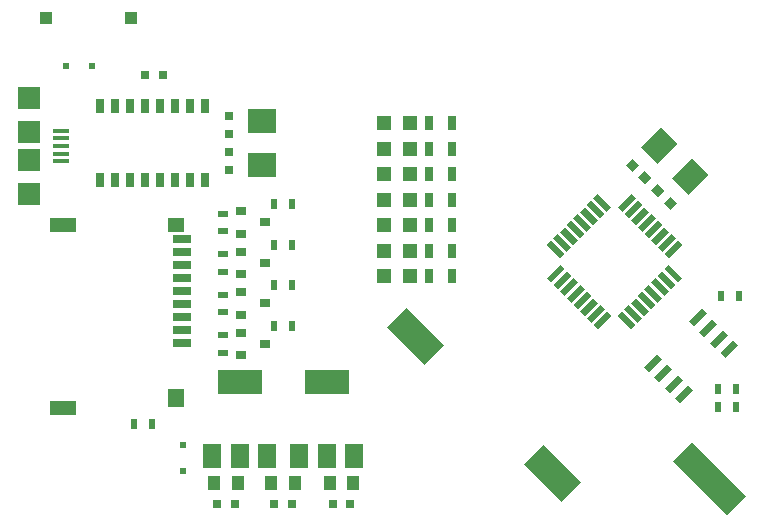
<source format=gtp>
G04 #@! TF.FileFunction,Paste,Top*
%FSLAX46Y46*%
G04 Gerber Fmt 4.6, Leading zero omitted, Abs format (unit mm)*
G04 Created by KiCad (PCBNEW 4.0.7) date 04/25/18 19:10:17*
%MOMM*%
%LPD*%
G01*
G04 APERTURE LIST*
%ADD10C,0.100000*%
%ADD11R,3.800000X2.000000*%
%ADD12R,1.500000X2.000000*%
%ADD13R,0.800000X1.300000*%
%ADD14R,0.500000X0.500000*%
%ADD15R,0.900000X0.800000*%
%ADD16R,1.200000X1.200000*%
%ADD17R,0.900000X0.500000*%
%ADD18R,2.400000X2.000000*%
%ADD19R,2.200000X1.200000*%
%ADD20R,1.400000X1.600000*%
%ADD21R,1.400000X1.200000*%
%ADD22R,1.600000X0.700000*%
%ADD23R,1.900000X1.900000*%
%ADD24R,1.350000X0.400000*%
%ADD25R,1.000000X1.250000*%
%ADD26R,0.800000X0.750000*%
%ADD27R,0.750000X0.800000*%
%ADD28R,1.000000X1.000000*%
%ADD29R,0.500000X0.900000*%
%ADD30R,0.700000X1.300000*%
G04 APERTURE END LIST*
D10*
G36*
X167281334Y-96258555D02*
X167670243Y-96647464D01*
X166538872Y-97778835D01*
X166149963Y-97389926D01*
X167281334Y-96258555D01*
X167281334Y-96258555D01*
G37*
G36*
X166715648Y-95692870D02*
X167104557Y-96081779D01*
X165973186Y-97213150D01*
X165584277Y-96824241D01*
X166715648Y-95692870D01*
X166715648Y-95692870D01*
G37*
G36*
X166149963Y-95127184D02*
X166538872Y-95516093D01*
X165407501Y-96647464D01*
X165018592Y-96258555D01*
X166149963Y-95127184D01*
X166149963Y-95127184D01*
G37*
G36*
X165584278Y-94561499D02*
X165973187Y-94950408D01*
X164841816Y-96081779D01*
X164452907Y-95692870D01*
X165584278Y-94561499D01*
X165584278Y-94561499D01*
G37*
G36*
X165018592Y-93995813D02*
X165407501Y-94384722D01*
X164276130Y-95516093D01*
X163887221Y-95127184D01*
X165018592Y-93995813D01*
X165018592Y-93995813D01*
G37*
G36*
X164452907Y-93430128D02*
X164841816Y-93819037D01*
X163710445Y-94950408D01*
X163321536Y-94561499D01*
X164452907Y-93430128D01*
X164452907Y-93430128D01*
G37*
G36*
X163887221Y-92864443D02*
X164276130Y-93253352D01*
X163144759Y-94384723D01*
X162755850Y-93995814D01*
X163887221Y-92864443D01*
X163887221Y-92864443D01*
G37*
G36*
X163321536Y-92298757D02*
X163710445Y-92687666D01*
X162579074Y-93819037D01*
X162190165Y-93430128D01*
X163321536Y-92298757D01*
X163321536Y-92298757D01*
G37*
G36*
X160139555Y-92687666D02*
X160528464Y-92298757D01*
X161659835Y-93430128D01*
X161270926Y-93819037D01*
X160139555Y-92687666D01*
X160139555Y-92687666D01*
G37*
G36*
X159573870Y-93253352D02*
X159962779Y-92864443D01*
X161094150Y-93995814D01*
X160705241Y-94384723D01*
X159573870Y-93253352D01*
X159573870Y-93253352D01*
G37*
G36*
X159008184Y-93819037D02*
X159397093Y-93430128D01*
X160528464Y-94561499D01*
X160139555Y-94950408D01*
X159008184Y-93819037D01*
X159008184Y-93819037D01*
G37*
G36*
X158442499Y-94384722D02*
X158831408Y-93995813D01*
X159962779Y-95127184D01*
X159573870Y-95516093D01*
X158442499Y-94384722D01*
X158442499Y-94384722D01*
G37*
G36*
X157876813Y-94950408D02*
X158265722Y-94561499D01*
X159397093Y-95692870D01*
X159008184Y-96081779D01*
X157876813Y-94950408D01*
X157876813Y-94950408D01*
G37*
G36*
X157311128Y-95516093D02*
X157700037Y-95127184D01*
X158831408Y-96258555D01*
X158442499Y-96647464D01*
X157311128Y-95516093D01*
X157311128Y-95516093D01*
G37*
G36*
X156745443Y-96081779D02*
X157134352Y-95692870D01*
X158265723Y-96824241D01*
X157876814Y-97213150D01*
X156745443Y-96081779D01*
X156745443Y-96081779D01*
G37*
G36*
X156179757Y-96647464D02*
X156568666Y-96258555D01*
X157700037Y-97389926D01*
X157311128Y-97778835D01*
X156179757Y-96647464D01*
X156179757Y-96647464D01*
G37*
G36*
X157311128Y-98309165D02*
X157700037Y-98698074D01*
X156568666Y-99829445D01*
X156179757Y-99440536D01*
X157311128Y-98309165D01*
X157311128Y-98309165D01*
G37*
G36*
X157876814Y-98874850D02*
X158265723Y-99263759D01*
X157134352Y-100395130D01*
X156745443Y-100006221D01*
X157876814Y-98874850D01*
X157876814Y-98874850D01*
G37*
G36*
X158442499Y-99440536D02*
X158831408Y-99829445D01*
X157700037Y-100960816D01*
X157311128Y-100571907D01*
X158442499Y-99440536D01*
X158442499Y-99440536D01*
G37*
G36*
X159008184Y-100006221D02*
X159397093Y-100395130D01*
X158265722Y-101526501D01*
X157876813Y-101137592D01*
X159008184Y-100006221D01*
X159008184Y-100006221D01*
G37*
G36*
X159573870Y-100571907D02*
X159962779Y-100960816D01*
X158831408Y-102092187D01*
X158442499Y-101703278D01*
X159573870Y-100571907D01*
X159573870Y-100571907D01*
G37*
G36*
X160139555Y-101137592D02*
X160528464Y-101526501D01*
X159397093Y-102657872D01*
X159008184Y-102268963D01*
X160139555Y-101137592D01*
X160139555Y-101137592D01*
G37*
G36*
X160705241Y-101703277D02*
X161094150Y-102092186D01*
X159962779Y-103223557D01*
X159573870Y-102834648D01*
X160705241Y-101703277D01*
X160705241Y-101703277D01*
G37*
G36*
X161270926Y-102268963D02*
X161659835Y-102657872D01*
X160528464Y-103789243D01*
X160139555Y-103400334D01*
X161270926Y-102268963D01*
X161270926Y-102268963D01*
G37*
G36*
X162190165Y-102657872D02*
X162579074Y-102268963D01*
X163710445Y-103400334D01*
X163321536Y-103789243D01*
X162190165Y-102657872D01*
X162190165Y-102657872D01*
G37*
G36*
X162755850Y-102092186D02*
X163144759Y-101703277D01*
X164276130Y-102834648D01*
X163887221Y-103223557D01*
X162755850Y-102092186D01*
X162755850Y-102092186D01*
G37*
G36*
X163321536Y-101526501D02*
X163710445Y-101137592D01*
X164841816Y-102268963D01*
X164452907Y-102657872D01*
X163321536Y-101526501D01*
X163321536Y-101526501D01*
G37*
G36*
X163887221Y-100960816D02*
X164276130Y-100571907D01*
X165407501Y-101703278D01*
X165018592Y-102092187D01*
X163887221Y-100960816D01*
X163887221Y-100960816D01*
G37*
G36*
X164452907Y-100395130D02*
X164841816Y-100006221D01*
X165973187Y-101137592D01*
X165584278Y-101526501D01*
X164452907Y-100395130D01*
X164452907Y-100395130D01*
G37*
G36*
X165018592Y-99829445D02*
X165407501Y-99440536D01*
X166538872Y-100571907D01*
X166149963Y-100960816D01*
X165018592Y-99829445D01*
X165018592Y-99829445D01*
G37*
G36*
X165584277Y-99263759D02*
X165973186Y-98874850D01*
X167104557Y-100006221D01*
X166715648Y-100395130D01*
X165584277Y-99263759D01*
X165584277Y-99263759D01*
G37*
G36*
X166149963Y-98698074D02*
X166538872Y-98309165D01*
X167670243Y-99440536D01*
X167281334Y-99829445D01*
X166149963Y-98698074D01*
X166149963Y-98698074D01*
G37*
D11*
X137541000Y-108229000D03*
D12*
X137541000Y-114529000D03*
X139841000Y-114529000D03*
X135241000Y-114529000D03*
D11*
X130175000Y-108229000D03*
D12*
X130175000Y-114529000D03*
X132475000Y-114529000D03*
X127875000Y-114529000D03*
D13*
X118359000Y-91161000D03*
X119639000Y-91161000D03*
X120899000Y-91161000D03*
X122169000Y-91161000D03*
X123449000Y-91161000D03*
X124719000Y-91161000D03*
X125979000Y-91161000D03*
X127259000Y-91161000D03*
X127259000Y-84861000D03*
X125979000Y-84861000D03*
X124719000Y-84861000D03*
X123449000Y-84861000D03*
X122169000Y-84861000D03*
X120899000Y-84861000D03*
X119639000Y-84861000D03*
X118359000Y-84861000D03*
D14*
X117686000Y-81534000D03*
X115486000Y-81534000D03*
D15*
X130318000Y-104079000D03*
X130318000Y-105979000D03*
X132318000Y-105029000D03*
X130318000Y-100650000D03*
X130318000Y-102550000D03*
X132318000Y-101600000D03*
X130318000Y-97221000D03*
X130318000Y-99121000D03*
X132318000Y-98171000D03*
X130318000Y-93792000D03*
X130318000Y-95692000D03*
X132318000Y-94742000D03*
D16*
X144610000Y-86360000D03*
X142410000Y-86360000D03*
D10*
G36*
X164141217Y-88368273D02*
X165838273Y-86671217D01*
X167252487Y-88085431D01*
X165555431Y-89782487D01*
X164141217Y-88368273D01*
X164141217Y-88368273D01*
G37*
G36*
X166757513Y-90984569D02*
X168454569Y-89287513D01*
X169868783Y-90701727D01*
X168171727Y-92398783D01*
X166757513Y-90984569D01*
X166757513Y-90984569D01*
G37*
D17*
X128778000Y-93992000D03*
X128778000Y-95492000D03*
D10*
G36*
X171484895Y-119500027D02*
X166888701Y-114903833D01*
X168444335Y-113348199D01*
X173040529Y-117944393D01*
X171484895Y-119500027D01*
X171484895Y-119500027D01*
G37*
D14*
X125349000Y-113581000D03*
X125349000Y-115781000D03*
D10*
G36*
X157457368Y-118376714D02*
X154275388Y-115194734D01*
X155901734Y-113568388D01*
X159083714Y-116750368D01*
X157457368Y-118376714D01*
X157457368Y-118376714D01*
G37*
G36*
X145860817Y-106780163D02*
X142678837Y-103598183D01*
X144305183Y-101971837D01*
X147487163Y-105153817D01*
X145860817Y-106780163D01*
X145860817Y-106780163D01*
G37*
D18*
X132080000Y-86161000D03*
X132080000Y-89861000D03*
D16*
X144610000Y-99314000D03*
X142410000Y-99314000D03*
X142410000Y-97155000D03*
X144610000Y-97155000D03*
X142410000Y-94996000D03*
X144610000Y-94996000D03*
X142410000Y-92837000D03*
X144610000Y-92837000D03*
X142410000Y-88519000D03*
X144610000Y-88519000D03*
X142410000Y-90678000D03*
X144610000Y-90678000D03*
D19*
X115208000Y-110493000D03*
X115208000Y-94993000D03*
D20*
X124808000Y-109593000D03*
D21*
X124808000Y-94993000D03*
D22*
X125308000Y-96143000D03*
X125308000Y-98343000D03*
X125308000Y-97243000D03*
X125308000Y-99443000D03*
X125308000Y-100543000D03*
X125308000Y-101643000D03*
X125308000Y-104943000D03*
X125308000Y-103843000D03*
X125308000Y-102743000D03*
D10*
G36*
X164809897Y-107367290D02*
X164385633Y-106943026D01*
X165481649Y-105847010D01*
X165905913Y-106271274D01*
X164809897Y-107367290D01*
X164809897Y-107367290D01*
G37*
G36*
X165707923Y-108265316D02*
X165283659Y-107841052D01*
X166379675Y-106745036D01*
X166803939Y-107169300D01*
X165707923Y-108265316D01*
X165707923Y-108265316D01*
G37*
G36*
X166605948Y-109163341D02*
X166181684Y-108739077D01*
X167277700Y-107643061D01*
X167701964Y-108067325D01*
X166605948Y-109163341D01*
X166605948Y-109163341D01*
G37*
G36*
X167503974Y-110061367D02*
X167079710Y-109637103D01*
X168175726Y-108541087D01*
X168599990Y-108965351D01*
X167503974Y-110061367D01*
X167503974Y-110061367D01*
G37*
G36*
X171322351Y-106242990D02*
X170898087Y-105818726D01*
X171994103Y-104722710D01*
X172418367Y-105146974D01*
X171322351Y-106242990D01*
X171322351Y-106242990D01*
G37*
G36*
X170424325Y-105344964D02*
X170000061Y-104920700D01*
X171096077Y-103824684D01*
X171520341Y-104248948D01*
X170424325Y-105344964D01*
X170424325Y-105344964D01*
G37*
G36*
X169526300Y-104446939D02*
X169102036Y-104022675D01*
X170198052Y-102926659D01*
X170622316Y-103350923D01*
X169526300Y-104446939D01*
X169526300Y-104446939D01*
G37*
G36*
X168628274Y-103548913D02*
X168204010Y-103124649D01*
X169300026Y-102028633D01*
X169724290Y-102452897D01*
X168628274Y-103548913D01*
X168628274Y-103548913D01*
G37*
D23*
X112387000Y-92315000D03*
X112387000Y-87065000D03*
X112387000Y-89465000D03*
X112387000Y-84215000D03*
D24*
X115062000Y-89565000D03*
X115062000Y-86965000D03*
X115062000Y-87615000D03*
X115062000Y-88915000D03*
X115062000Y-88265000D03*
D25*
X128032000Y-116840000D03*
X130032000Y-116840000D03*
D26*
X129782000Y-118618000D03*
X128282000Y-118618000D03*
D27*
X129286000Y-87237000D03*
X129286000Y-85737000D03*
X129286000Y-88785000D03*
X129286000Y-90285000D03*
D25*
X134858000Y-116840000D03*
X132858000Y-116840000D03*
D26*
X133108000Y-118618000D03*
X134608000Y-118618000D03*
D10*
G36*
X163974678Y-89911348D02*
X163444348Y-90441678D01*
X162878662Y-89875992D01*
X163408992Y-89345662D01*
X163974678Y-89911348D01*
X163974678Y-89911348D01*
G37*
G36*
X165035338Y-90972008D02*
X164505008Y-91502338D01*
X163939322Y-90936652D01*
X164469652Y-90406322D01*
X165035338Y-90972008D01*
X165035338Y-90972008D01*
G37*
D26*
X122186000Y-82232500D03*
X123686000Y-82232500D03*
X138061000Y-118618000D03*
X139561000Y-118618000D03*
D28*
X120992000Y-77470000D03*
X113792000Y-77470000D03*
D29*
X122734000Y-111824000D03*
X121234000Y-111824000D03*
X172454000Y-100965000D03*
X170954000Y-100965000D03*
X170700000Y-108839000D03*
X172200000Y-108839000D03*
X170700000Y-110363000D03*
X172200000Y-110363000D03*
D17*
X128778000Y-104279000D03*
X128778000Y-105779000D03*
X128778000Y-100850000D03*
X128778000Y-102350000D03*
D30*
X146243000Y-94996000D03*
X148143000Y-94996000D03*
D17*
X128778000Y-97421000D03*
X128778000Y-98921000D03*
D29*
X134608000Y-103505000D03*
X133108000Y-103505000D03*
X134608000Y-100076000D03*
X133108000Y-100076000D03*
X134608000Y-96647000D03*
X133108000Y-96647000D03*
X134608000Y-93218000D03*
X133108000Y-93218000D03*
D10*
G36*
X166098322Y-93095652D02*
X166628652Y-92565322D01*
X167194338Y-93131008D01*
X166664008Y-93661338D01*
X166098322Y-93095652D01*
X166098322Y-93095652D01*
G37*
G36*
X165037662Y-92034992D02*
X165567992Y-91504662D01*
X166133678Y-92070348D01*
X165603348Y-92600678D01*
X165037662Y-92034992D01*
X165037662Y-92034992D01*
G37*
D25*
X139811000Y-116840000D03*
X137811000Y-116840000D03*
D30*
X148143000Y-99314000D03*
X146243000Y-99314000D03*
X146243000Y-97155000D03*
X148143000Y-97155000D03*
X146243000Y-92837000D03*
X148143000Y-92837000D03*
X146243000Y-90678000D03*
X148143000Y-90678000D03*
X146243000Y-88519000D03*
X148143000Y-88519000D03*
X146243000Y-86360000D03*
X148143000Y-86360000D03*
M02*

</source>
